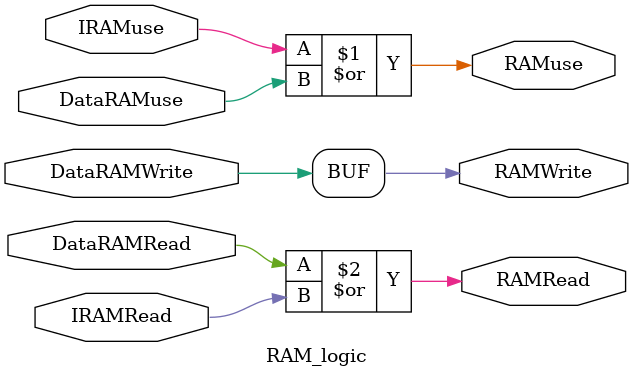
<source format=v>
`timescale 1ns / 1ps


module RAM_logic(
    input IRAMuse,
    input DataRAMuse,
    input DataRAMWrite,
    input DataRAMRead,
    input IRAMRead,
    output RAMuse,
    output RAMWrite,
    output RAMRead
    );
    
    assign RAMuse = IRAMuse | DataRAMuse;
    assign RAMWrite = DataRAMWrite;
    assign RAMRead = DataRAMRead | IRAMRead;
    
endmodule

</source>
